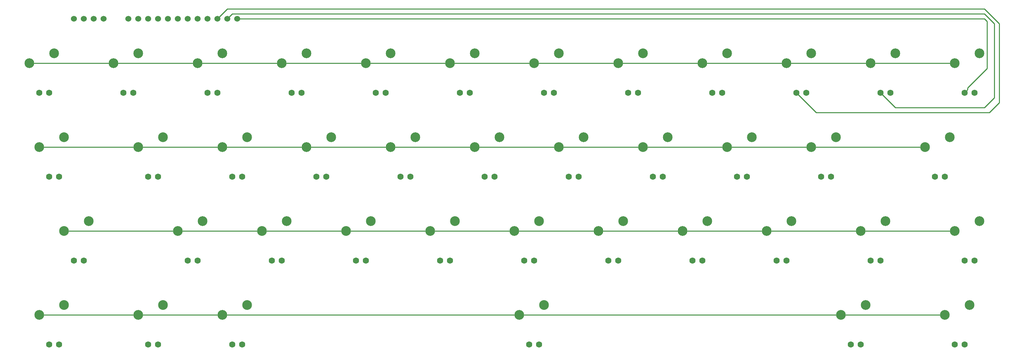
<source format=gbr>
G04 #@! TF.GenerationSoftware,KiCad,Pcbnew,(5.0.2)-1*
G04 #@! TF.CreationDate,2019-03-14T09:30:29+08:00*
G04 #@! TF.ProjectId,kicad_project,6b696361-645f-4707-926f-6a6563742e6b,rev?*
G04 #@! TF.SameCoordinates,Original*
G04 #@! TF.FileFunction,Copper,L2,Bot*
G04 #@! TF.FilePolarity,Positive*
%FSLAX46Y46*%
G04 Gerber Fmt 4.6, Leading zero omitted, Abs format (unit mm)*
G04 Created by KiCad (PCBNEW (5.0.2)-1) date 2019/3/14 9:30:29*
%MOMM*%
%LPD*%
G01*
G04 APERTURE LIST*
G04 #@! TA.AperFunction,ComponentPad*
%ADD10C,1.524000*%
G04 #@! TD*
G04 #@! TA.AperFunction,ComponentPad*
%ADD11C,1.600000*%
G04 #@! TD*
G04 #@! TA.AperFunction,ComponentPad*
%ADD12C,2.499360*%
G04 #@! TD*
G04 #@! TA.AperFunction,Conductor*
%ADD13C,0.250000*%
G04 #@! TD*
G04 APERTURE END LIST*
D10*
G04 #@! TO.P,i/o1,16*
G04 #@! TO.N,/col12*
X78740000Y-33020000D03*
G04 #@! TO.P,i/o1,15*
G04 #@! TO.N,/col11*
X76200000Y-33020000D03*
G04 #@! TO.P,i/o1,14*
G04 #@! TO.N,/col10*
X73660000Y-33020000D03*
G04 #@! TO.P,i/o1,13*
G04 #@! TO.N,/col9*
X71120000Y-33020000D03*
G04 #@! TO.P,i/o1,12*
G04 #@! TO.N,/col8*
X68580000Y-33020000D03*
G04 #@! TO.P,i/o1,11*
G04 #@! TO.N,/col7*
X66040000Y-33020000D03*
G04 #@! TO.P,i/o1,10*
G04 #@! TO.N,/col6*
X63500000Y-33020000D03*
G04 #@! TO.P,i/o1,9*
G04 #@! TO.N,/col3*
X60960000Y-33020000D03*
G04 #@! TO.P,i/o1,8*
G04 #@! TO.N,Net-(U12-Pad4)*
X58420000Y-33020000D03*
G04 #@! TO.P,i/o1,7*
G04 #@! TO.N,Net-(U10-Pad4)*
X55880000Y-33020000D03*
G04 #@! TO.P,i/o1,6*
G04 #@! TO.N,/col2*
X53340000Y-33020000D03*
G04 #@! TO.P,i/o1,5*
G04 #@! TO.N,/col1*
X50800000Y-33020000D03*
G04 #@! TO.P,i/o1,4*
G04 #@! TO.N,/row4*
X36830000Y-33020000D03*
G04 #@! TO.P,i/o1,3*
G04 #@! TO.N,/row3*
X39370000Y-33020000D03*
G04 #@! TO.P,i/o1,2*
G04 #@! TO.N,/row2*
X41910000Y-33020000D03*
G04 #@! TO.P,i/o1,1*
G04 #@! TO.N,/row1*
X44450000Y-33020000D03*
G04 #@! TD*
D11*
G04 #@! TO.P,U1,4*
G04 #@! TO.N,/col1*
X27940000Y-52070000D03*
G04 #@! TO.P,U1,3*
G04 #@! TO.N,Net-(U1-Pad2)*
X30480000Y-52070000D03*
D12*
G04 #@! TO.P,U1,2*
X31750000Y-41910000D03*
G04 #@! TO.P,U1,1*
G04 #@! TO.N,/row1*
X25400000Y-44450000D03*
G04 #@! TD*
G04 #@! TO.P,U2,1*
G04 #@! TO.N,/row2*
X27940000Y-66040000D03*
G04 #@! TO.P,U2,2*
G04 #@! TO.N,Net-(U2-Pad2)*
X34290000Y-63500000D03*
D11*
G04 #@! TO.P,U2,3*
X33020000Y-73660000D03*
G04 #@! TO.P,U2,4*
G04 #@! TO.N,/col1*
X30480000Y-73660000D03*
G04 #@! TD*
D12*
G04 #@! TO.P,U3,1*
G04 #@! TO.N,/row3*
X34290000Y-87630000D03*
G04 #@! TO.P,U3,2*
G04 #@! TO.N,Net-(U3-Pad2)*
X40640000Y-85090000D03*
D11*
G04 #@! TO.P,U3,3*
X39370000Y-95250000D03*
G04 #@! TO.P,U3,4*
G04 #@! TO.N,/col1*
X36830000Y-95250000D03*
G04 #@! TD*
D12*
G04 #@! TO.P,U4,1*
G04 #@! TO.N,/row4*
X27940000Y-109220000D03*
G04 #@! TO.P,U4,2*
G04 #@! TO.N,Net-(U4-Pad2)*
X34290000Y-106680000D03*
D11*
G04 #@! TO.P,U4,3*
X33020000Y-116840000D03*
G04 #@! TO.P,U4,4*
G04 #@! TO.N,/col1*
X30480000Y-116840000D03*
G04 #@! TD*
D12*
G04 #@! TO.P,U5,1*
G04 #@! TO.N,/row1*
X46990000Y-44450000D03*
G04 #@! TO.P,U5,2*
G04 #@! TO.N,Net-(U5-Pad2)*
X53340000Y-41910000D03*
D11*
G04 #@! TO.P,U5,3*
X52070000Y-52070000D03*
G04 #@! TO.P,U5,4*
G04 #@! TO.N,/col2*
X49530000Y-52070000D03*
G04 #@! TD*
G04 #@! TO.P,U6,4*
G04 #@! TO.N,/col2*
X55880000Y-73660000D03*
G04 #@! TO.P,U6,3*
G04 #@! TO.N,Net-(U6-Pad2)*
X58420000Y-73660000D03*
D12*
G04 #@! TO.P,U6,2*
X59690000Y-63500000D03*
G04 #@! TO.P,U6,1*
G04 #@! TO.N,/row2*
X53340000Y-66040000D03*
G04 #@! TD*
D11*
G04 #@! TO.P,U7,4*
G04 #@! TO.N,/col2*
X55880000Y-116840000D03*
G04 #@! TO.P,U7,3*
G04 #@! TO.N,Net-(U7-Pad2)*
X58420000Y-116840000D03*
D12*
G04 #@! TO.P,U7,2*
X59690000Y-106680000D03*
G04 #@! TO.P,U7,1*
G04 #@! TO.N,/row4*
X53340000Y-109220000D03*
G04 #@! TD*
G04 #@! TO.P,U8,1*
G04 #@! TO.N,/row1*
X68580000Y-44450000D03*
G04 #@! TO.P,U8,2*
G04 #@! TO.N,Net-(U8-Pad2)*
X74930000Y-41910000D03*
D11*
G04 #@! TO.P,U8,3*
X73660000Y-52070000D03*
G04 #@! TO.P,U8,4*
G04 #@! TO.N,Net-(U10-Pad4)*
X71120000Y-52070000D03*
G04 #@! TD*
D12*
G04 #@! TO.P,U9,1*
G04 #@! TO.N,/row2*
X74930000Y-66040000D03*
G04 #@! TO.P,U9,2*
G04 #@! TO.N,Net-(U9-Pad2)*
X81280000Y-63500000D03*
D11*
G04 #@! TO.P,U9,3*
X80010000Y-73660000D03*
G04 #@! TO.P,U9,4*
G04 #@! TO.N,Net-(U10-Pad4)*
X77470000Y-73660000D03*
G04 #@! TD*
D12*
G04 #@! TO.P,U10,1*
G04 #@! TO.N,/row3*
X63500000Y-87630000D03*
G04 #@! TO.P,U10,2*
G04 #@! TO.N,Net-(U10-Pad2)*
X69850000Y-85090000D03*
D11*
G04 #@! TO.P,U10,3*
X68580000Y-95250000D03*
G04 #@! TO.P,U10,4*
G04 #@! TO.N,Net-(U10-Pad4)*
X66040000Y-95250000D03*
G04 #@! TD*
D12*
G04 #@! TO.P,U11,1*
G04 #@! TO.N,/row4*
X74930000Y-109220000D03*
G04 #@! TO.P,U11,2*
G04 #@! TO.N,Net-(U11-Pad2)*
X81280000Y-106680000D03*
D11*
G04 #@! TO.P,U11,3*
X80010000Y-116840000D03*
G04 #@! TO.P,U11,4*
G04 #@! TO.N,Net-(U10-Pad4)*
X77470000Y-116840000D03*
G04 #@! TD*
G04 #@! TO.P,U12,4*
G04 #@! TO.N,Net-(U12-Pad4)*
X92710000Y-52070000D03*
G04 #@! TO.P,U12,3*
G04 #@! TO.N,Net-(U12-Pad2)*
X95250000Y-52070000D03*
D12*
G04 #@! TO.P,U12,2*
X96520000Y-41910000D03*
G04 #@! TO.P,U12,1*
G04 #@! TO.N,/row1*
X90170000Y-44450000D03*
G04 #@! TD*
D11*
G04 #@! TO.P,U13,4*
G04 #@! TO.N,Net-(U12-Pad4)*
X99060000Y-73660000D03*
G04 #@! TO.P,U13,3*
G04 #@! TO.N,Net-(U13-Pad2)*
X101600000Y-73660000D03*
D12*
G04 #@! TO.P,U13,2*
X102870000Y-63500000D03*
G04 #@! TO.P,U13,1*
G04 #@! TO.N,/row2*
X96520000Y-66040000D03*
G04 #@! TD*
D11*
G04 #@! TO.P,U14,4*
G04 #@! TO.N,Net-(U12-Pad4)*
X87630000Y-95250000D03*
G04 #@! TO.P,U14,3*
G04 #@! TO.N,Net-(U14-Pad2)*
X90170000Y-95250000D03*
D12*
G04 #@! TO.P,U14,2*
X91440000Y-85090000D03*
G04 #@! TO.P,U14,1*
G04 #@! TO.N,/row3*
X85090000Y-87630000D03*
G04 #@! TD*
G04 #@! TO.P,U15,1*
G04 #@! TO.N,/row1*
X111760000Y-44450000D03*
G04 #@! TO.P,U15,2*
G04 #@! TO.N,Net-(U15-Pad2)*
X118110000Y-41910000D03*
D11*
G04 #@! TO.P,U15,3*
X116840000Y-52070000D03*
G04 #@! TO.P,U15,4*
G04 #@! TO.N,/col3*
X114300000Y-52070000D03*
G04 #@! TD*
D12*
G04 #@! TO.P,U16,1*
G04 #@! TO.N,/row2*
X118110000Y-66040000D03*
G04 #@! TO.P,U16,2*
G04 #@! TO.N,Net-(U16-Pad2)*
X124460000Y-63500000D03*
D11*
G04 #@! TO.P,U16,3*
X123190000Y-73660000D03*
G04 #@! TO.P,U16,4*
G04 #@! TO.N,/col3*
X120650000Y-73660000D03*
G04 #@! TD*
D12*
G04 #@! TO.P,U17,1*
G04 #@! TO.N,/row3*
X106680000Y-87630000D03*
G04 #@! TO.P,U17,2*
G04 #@! TO.N,Net-(U17-Pad2)*
X113030000Y-85090000D03*
D11*
G04 #@! TO.P,U17,3*
X111760000Y-95250000D03*
G04 #@! TO.P,U17,4*
G04 #@! TO.N,/col3*
X109220000Y-95250000D03*
G04 #@! TD*
G04 #@! TO.P,U19,4*
G04 #@! TO.N,/col6*
X135890000Y-52070000D03*
G04 #@! TO.P,U19,3*
G04 #@! TO.N,Net-(U19-Pad2)*
X138430000Y-52070000D03*
D12*
G04 #@! TO.P,U19,2*
X139700000Y-41910000D03*
G04 #@! TO.P,U19,1*
G04 #@! TO.N,/row1*
X133350000Y-44450000D03*
G04 #@! TD*
D11*
G04 #@! TO.P,U20,4*
G04 #@! TO.N,/col6*
X142240000Y-73660000D03*
G04 #@! TO.P,U20,3*
G04 #@! TO.N,Net-(U20-Pad2)*
X144780000Y-73660000D03*
D12*
G04 #@! TO.P,U20,2*
X146050000Y-63500000D03*
G04 #@! TO.P,U20,1*
G04 #@! TO.N,/row2*
X139700000Y-66040000D03*
G04 #@! TD*
D11*
G04 #@! TO.P,U21,4*
G04 #@! TO.N,/col6*
X130810000Y-95250000D03*
G04 #@! TO.P,U21,3*
G04 #@! TO.N,Net-(U21-Pad2)*
X133350000Y-95250000D03*
D12*
G04 #@! TO.P,U21,2*
X134620000Y-85090000D03*
G04 #@! TO.P,U21,1*
G04 #@! TO.N,/row3*
X128270000Y-87630000D03*
G04 #@! TD*
G04 #@! TO.P,U22,1*
G04 #@! TO.N,/row1*
X154940000Y-44450000D03*
G04 #@! TO.P,U22,2*
G04 #@! TO.N,Net-(U22-Pad2)*
X161290000Y-41910000D03*
D11*
G04 #@! TO.P,U22,3*
X160020000Y-52070000D03*
G04 #@! TO.P,U22,4*
G04 #@! TO.N,/col7*
X157480000Y-52070000D03*
G04 #@! TD*
D12*
G04 #@! TO.P,U23,1*
G04 #@! TO.N,/row2*
X161290000Y-66040000D03*
G04 #@! TO.P,U23,2*
G04 #@! TO.N,Net-(U23-Pad2)*
X167640000Y-63500000D03*
D11*
G04 #@! TO.P,U23,3*
X166370000Y-73660000D03*
G04 #@! TO.P,U23,4*
G04 #@! TO.N,/col7*
X163830000Y-73660000D03*
G04 #@! TD*
D12*
G04 #@! TO.P,U24,1*
G04 #@! TO.N,/row3*
X149860000Y-87630000D03*
G04 #@! TO.P,U24,2*
G04 #@! TO.N,Net-(U24-Pad2)*
X156210000Y-85090000D03*
D11*
G04 #@! TO.P,U24,3*
X154940000Y-95250000D03*
G04 #@! TO.P,U24,4*
G04 #@! TO.N,/col7*
X152400000Y-95250000D03*
G04 #@! TD*
G04 #@! TO.P,U25,4*
G04 #@! TO.N,/col8*
X179070000Y-52070000D03*
G04 #@! TO.P,U25,3*
G04 #@! TO.N,Net-(U25-Pad2)*
X181610000Y-52070000D03*
D12*
G04 #@! TO.P,U25,2*
X182880000Y-41910000D03*
G04 #@! TO.P,U25,1*
G04 #@! TO.N,/row1*
X176530000Y-44450000D03*
G04 #@! TD*
D11*
G04 #@! TO.P,U26,4*
G04 #@! TO.N,/col8*
X185420000Y-73660000D03*
G04 #@! TO.P,U26,3*
G04 #@! TO.N,Net-(U26-Pad2)*
X187960000Y-73660000D03*
D12*
G04 #@! TO.P,U26,2*
X189230000Y-63500000D03*
G04 #@! TO.P,U26,1*
G04 #@! TO.N,/row2*
X182880000Y-66040000D03*
G04 #@! TD*
D11*
G04 #@! TO.P,U27,4*
G04 #@! TO.N,/col8*
X173990000Y-95250000D03*
G04 #@! TO.P,U27,3*
G04 #@! TO.N,Net-(U27-Pad2)*
X176530000Y-95250000D03*
D12*
G04 #@! TO.P,U27,2*
X177800000Y-85090000D03*
G04 #@! TO.P,U27,1*
G04 #@! TO.N,/row3*
X171450000Y-87630000D03*
G04 #@! TD*
G04 #@! TO.P,U28,1*
G04 #@! TO.N,/row4*
X151130000Y-109220000D03*
G04 #@! TO.P,U28,2*
G04 #@! TO.N,Net-(U28-Pad2)*
X157480000Y-106680000D03*
D11*
G04 #@! TO.P,U28,3*
X156210000Y-116840000D03*
G04 #@! TO.P,U28,4*
G04 #@! TO.N,/col7*
X153670000Y-116840000D03*
G04 #@! TD*
D12*
G04 #@! TO.P,U29,1*
G04 #@! TO.N,/row1*
X198120000Y-44450000D03*
G04 #@! TO.P,U29,2*
G04 #@! TO.N,Net-(U29-Pad2)*
X204470000Y-41910000D03*
D11*
G04 #@! TO.P,U29,3*
X203200000Y-52070000D03*
G04 #@! TO.P,U29,4*
G04 #@! TO.N,/col9*
X200660000Y-52070000D03*
G04 #@! TD*
D12*
G04 #@! TO.P,U30,1*
G04 #@! TO.N,/row2*
X204470000Y-66040000D03*
G04 #@! TO.P,U30,2*
G04 #@! TO.N,Net-(U30-Pad2)*
X210820000Y-63500000D03*
D11*
G04 #@! TO.P,U30,3*
X209550000Y-73660000D03*
G04 #@! TO.P,U30,4*
G04 #@! TO.N,/col9*
X207010000Y-73660000D03*
G04 #@! TD*
D12*
G04 #@! TO.P,U31,1*
G04 #@! TO.N,/row3*
X193040000Y-87630000D03*
G04 #@! TO.P,U31,2*
G04 #@! TO.N,Net-(U31-Pad2)*
X199390000Y-85090000D03*
D11*
G04 #@! TO.P,U31,3*
X198120000Y-95250000D03*
G04 #@! TO.P,U31,4*
G04 #@! TO.N,/col9*
X195580000Y-95250000D03*
G04 #@! TD*
G04 #@! TO.P,U32,4*
G04 #@! TO.N,/col10*
X222250000Y-52070000D03*
G04 #@! TO.P,U32,3*
G04 #@! TO.N,Net-(U32-Pad2)*
X224790000Y-52070000D03*
D12*
G04 #@! TO.P,U32,2*
X226060000Y-41910000D03*
G04 #@! TO.P,U32,1*
G04 #@! TO.N,/row1*
X219710000Y-44450000D03*
G04 #@! TD*
D11*
G04 #@! TO.P,U33,4*
G04 #@! TO.N,/col10*
X228600000Y-73660000D03*
G04 #@! TO.P,U33,3*
G04 #@! TO.N,Net-(U33-Pad2)*
X231140000Y-73660000D03*
D12*
G04 #@! TO.P,U33,2*
X232410000Y-63500000D03*
G04 #@! TO.P,U33,1*
G04 #@! TO.N,/row2*
X226060000Y-66040000D03*
G04 #@! TD*
D11*
G04 #@! TO.P,U34,4*
G04 #@! TO.N,/col10*
X217170000Y-95250000D03*
G04 #@! TO.P,U34,3*
G04 #@! TO.N,Net-(U34-Pad2)*
X219710000Y-95250000D03*
D12*
G04 #@! TO.P,U34,2*
X220980000Y-85090000D03*
G04 #@! TO.P,U34,1*
G04 #@! TO.N,/row3*
X214630000Y-87630000D03*
G04 #@! TD*
G04 #@! TO.P,U36,1*
G04 #@! TO.N,/row1*
X241300000Y-44450000D03*
G04 #@! TO.P,U36,2*
G04 #@! TO.N,Net-(U36-Pad2)*
X247650000Y-41910000D03*
D11*
G04 #@! TO.P,U36,3*
X246380000Y-52070000D03*
G04 #@! TO.P,U36,4*
G04 #@! TO.N,/col11*
X243840000Y-52070000D03*
G04 #@! TD*
D12*
G04 #@! TO.P,U37,1*
G04 #@! TO.N,/row3*
X238760000Y-87630000D03*
G04 #@! TO.P,U37,2*
G04 #@! TO.N,Net-(U37-Pad2)*
X245110000Y-85090000D03*
D11*
G04 #@! TO.P,U37,3*
X243840000Y-95250000D03*
G04 #@! TO.P,U37,4*
G04 #@! TO.N,/col11*
X241300000Y-95250000D03*
G04 #@! TD*
D12*
G04 #@! TO.P,U38,1*
G04 #@! TO.N,/row4*
X233680000Y-109220000D03*
G04 #@! TO.P,U38,2*
G04 #@! TO.N,Net-(U38-Pad2)*
X240030000Y-106680000D03*
D11*
G04 #@! TO.P,U38,3*
X238760000Y-116840000D03*
G04 #@! TO.P,U38,4*
G04 #@! TO.N,/col11*
X236220000Y-116840000D03*
G04 #@! TD*
G04 #@! TO.P,U39,4*
G04 #@! TO.N,/col12*
X265430000Y-52070000D03*
G04 #@! TO.P,U39,3*
G04 #@! TO.N,Net-(U39-Pad2)*
X267970000Y-52070000D03*
D12*
G04 #@! TO.P,U39,2*
X269240000Y-41910000D03*
G04 #@! TO.P,U39,1*
G04 #@! TO.N,/row1*
X262890000Y-44450000D03*
G04 #@! TD*
D11*
G04 #@! TO.P,U40,4*
G04 #@! TO.N,/col12*
X257810000Y-73660000D03*
G04 #@! TO.P,U40,3*
G04 #@! TO.N,Net-(U40-Pad2)*
X260350000Y-73660000D03*
D12*
G04 #@! TO.P,U40,2*
X261620000Y-63500000D03*
G04 #@! TO.P,U40,1*
G04 #@! TO.N,/row2*
X255270000Y-66040000D03*
G04 #@! TD*
D11*
G04 #@! TO.P,U41,4*
G04 #@! TO.N,/col12*
X265430000Y-95250000D03*
G04 #@! TO.P,U41,3*
G04 #@! TO.N,Net-(U41-Pad2)*
X267970000Y-95250000D03*
D12*
G04 #@! TO.P,U41,2*
X269240000Y-85090000D03*
G04 #@! TO.P,U41,1*
G04 #@! TO.N,/row3*
X262890000Y-87630000D03*
G04 #@! TD*
D11*
G04 #@! TO.P,U42,4*
G04 #@! TO.N,/col12*
X262890000Y-116840000D03*
G04 #@! TO.P,U42,3*
G04 #@! TO.N,Net-(U42-Pad2)*
X265430000Y-116840000D03*
D12*
G04 #@! TO.P,U42,2*
X266700000Y-106680000D03*
G04 #@! TO.P,U42,1*
G04 #@! TO.N,/row4*
X260350000Y-109220000D03*
G04 #@! TD*
D13*
G04 #@! TO.N,/row1*
X25400000Y-44450000D02*
X46990000Y-44450000D01*
X46990000Y-44450000D02*
X68580000Y-44450000D01*
X68580000Y-44450000D02*
X90170000Y-44450000D01*
X90170000Y-44450000D02*
X111760000Y-44450000D01*
X111760000Y-44450000D02*
X133350000Y-44450000D01*
X133350000Y-44450000D02*
X154940000Y-44450000D01*
X154940000Y-44450000D02*
X176530000Y-44450000D01*
X176530000Y-44450000D02*
X198120000Y-44450000D01*
X198120000Y-44450000D02*
X219710000Y-44450000D01*
X219710000Y-44450000D02*
X241300000Y-44450000D01*
X241300000Y-44450000D02*
X262890000Y-44450000D01*
G04 #@! TO.N,/row2*
X27940000Y-66040000D02*
X53340000Y-66040000D01*
X53340000Y-66040000D02*
X74930000Y-66040000D01*
X74930000Y-66040000D02*
X96520000Y-66040000D01*
X96520000Y-66040000D02*
X118110000Y-66040000D01*
X122806336Y-66040000D02*
X139700000Y-66040000D01*
X118110000Y-66040000D02*
X122806336Y-66040000D01*
X139700000Y-66040000D02*
X161290000Y-66040000D01*
X161290000Y-66040000D02*
X182880000Y-66040000D01*
X182880000Y-66040000D02*
X204470000Y-66040000D01*
X204470000Y-66040000D02*
X226060000Y-66040000D01*
X226060000Y-66040000D02*
X255270000Y-66040000D01*
G04 #@! TO.N,/row3*
X262890000Y-87630000D02*
X238760000Y-87630000D01*
X238760000Y-87630000D02*
X214630000Y-87630000D01*
X214630000Y-87630000D02*
X193040000Y-87630000D01*
X193040000Y-87630000D02*
X171450000Y-87630000D01*
X171450000Y-87630000D02*
X149860000Y-87630000D01*
X149860000Y-87630000D02*
X128270000Y-87630000D01*
X128270000Y-87630000D02*
X106680000Y-87630000D01*
X106680000Y-87630000D02*
X85090000Y-87630000D01*
X85090000Y-87630000D02*
X63500000Y-87630000D01*
X63500000Y-87630000D02*
X34290000Y-87630000D01*
G04 #@! TO.N,/row4*
X27940000Y-109220000D02*
X53340000Y-109220000D01*
X53340000Y-109220000D02*
X74930000Y-109220000D01*
X74930000Y-109220000D02*
X151130000Y-109220000D01*
X151130000Y-109220000D02*
X233680000Y-109220000D01*
X233680000Y-109220000D02*
X260350000Y-109220000D01*
G04 #@! TO.N,/col10*
X227330000Y-57150000D02*
X222250000Y-52070000D01*
X76200000Y-30480000D02*
X270510000Y-30480000D01*
X73660000Y-33020000D02*
X76200000Y-30480000D01*
X270510000Y-30480000D02*
X274320000Y-34290000D01*
X274320000Y-34290000D02*
X274320000Y-54610000D01*
X274320000Y-54610000D02*
X271780000Y-57150000D01*
X271780000Y-57150000D02*
X227330000Y-57150000D01*
G04 #@! TO.N,/col11*
X76200000Y-33020000D02*
X77470000Y-31750000D01*
X77470000Y-31750000D02*
X270510000Y-31750000D01*
X270510000Y-31750000D02*
X273050000Y-34290000D01*
X273050000Y-34290000D02*
X273050000Y-53340000D01*
X273050000Y-53340000D02*
X270510000Y-55880000D01*
X247650000Y-55880000D02*
X243840000Y-52070000D01*
X270510000Y-55880000D02*
X247650000Y-55880000D01*
G04 #@! TO.N,/col12*
X266229999Y-51270001D02*
X265430000Y-52070000D01*
X266229999Y-50801546D02*
X266229999Y-51270001D01*
X271216176Y-45815369D02*
X266229999Y-50801546D01*
X271216176Y-33726176D02*
X271216176Y-45815369D01*
X270510000Y-33020000D02*
X271216176Y-33726176D01*
X78740000Y-33020000D02*
X270510000Y-33020000D01*
G04 #@! TD*
M02*

</source>
